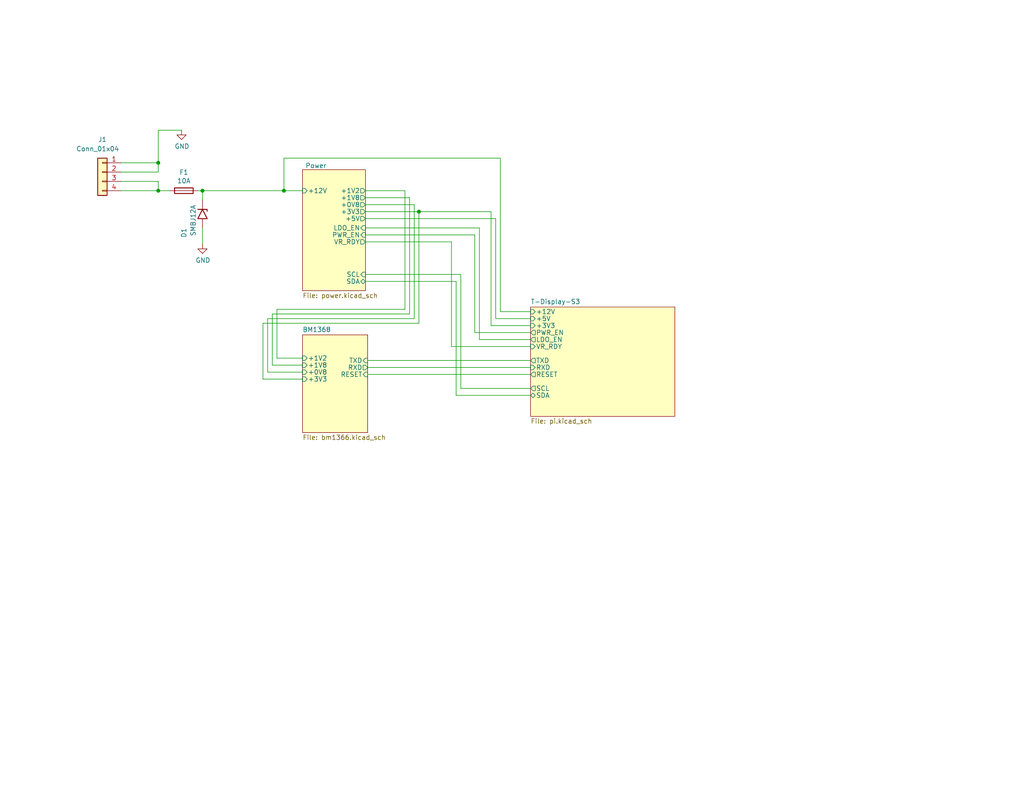
<source format=kicad_sch>
(kicad_sch
	(version 20231120)
	(generator "eeschema")
	(generator_version "8.0")
	(uuid "e63e39d7-6ac0-4ffd-8aa3-1841a4541b55")
	(paper "A")
	(title_block
		(title "BM1366 PiAxe")
		(date "2023-10-10")
		(rev "202")
	)
	(lib_symbols
		(symbol "Connector_Generic:Conn_01x04"
			(pin_names
				(offset 1.016) hide)
			(exclude_from_sim no)
			(in_bom yes)
			(on_board yes)
			(property "Reference" "J"
				(at 0 5.08 0)
				(effects
					(font
						(size 1.27 1.27)
					)
				)
			)
			(property "Value" "Conn_01x04"
				(at 0 -7.62 0)
				(effects
					(font
						(size 1.27 1.27)
					)
				)
			)
			(property "Footprint" ""
				(at 0 0 0)
				(effects
					(font
						(size 1.27 1.27)
					)
					(hide yes)
				)
			)
			(property "Datasheet" "~"
				(at 0 0 0)
				(effects
					(font
						(size 1.27 1.27)
					)
					(hide yes)
				)
			)
			(property "Description" "Generic connector, single row, 01x04, script generated (kicad-library-utils/schlib/autogen/connector/)"
				(at 0 0 0)
				(effects
					(font
						(size 1.27 1.27)
					)
					(hide yes)
				)
			)
			(property "ki_keywords" "connector"
				(at 0 0 0)
				(effects
					(font
						(size 1.27 1.27)
					)
					(hide yes)
				)
			)
			(property "ki_fp_filters" "Connector*:*_1x??_*"
				(at 0 0 0)
				(effects
					(font
						(size 1.27 1.27)
					)
					(hide yes)
				)
			)
			(symbol "Conn_01x04_1_1"
				(rectangle
					(start -1.27 -4.953)
					(end 0 -5.207)
					(stroke
						(width 0.1524)
						(type default)
					)
					(fill
						(type none)
					)
				)
				(rectangle
					(start -1.27 -2.413)
					(end 0 -2.667)
					(stroke
						(width 0.1524)
						(type default)
					)
					(fill
						(type none)
					)
				)
				(rectangle
					(start -1.27 0.127)
					(end 0 -0.127)
					(stroke
						(width 0.1524)
						(type default)
					)
					(fill
						(type none)
					)
				)
				(rectangle
					(start -1.27 2.667)
					(end 0 2.413)
					(stroke
						(width 0.1524)
						(type default)
					)
					(fill
						(type none)
					)
				)
				(rectangle
					(start -1.27 3.81)
					(end 1.27 -6.35)
					(stroke
						(width 0.254)
						(type default)
					)
					(fill
						(type background)
					)
				)
				(pin passive line
					(at -5.08 2.54 0)
					(length 3.81)
					(name "Pin_1"
						(effects
							(font
								(size 1.27 1.27)
							)
						)
					)
					(number "1"
						(effects
							(font
								(size 1.27 1.27)
							)
						)
					)
				)
				(pin passive line
					(at -5.08 0 0)
					(length 3.81)
					(name "Pin_2"
						(effects
							(font
								(size 1.27 1.27)
							)
						)
					)
					(number "2"
						(effects
							(font
								(size 1.27 1.27)
							)
						)
					)
				)
				(pin passive line
					(at -5.08 -2.54 0)
					(length 3.81)
					(name "Pin_3"
						(effects
							(font
								(size 1.27 1.27)
							)
						)
					)
					(number "3"
						(effects
							(font
								(size 1.27 1.27)
							)
						)
					)
				)
				(pin passive line
					(at -5.08 -5.08 0)
					(length 3.81)
					(name "Pin_4"
						(effects
							(font
								(size 1.27 1.27)
							)
						)
					)
					(number "4"
						(effects
							(font
								(size 1.27 1.27)
							)
						)
					)
				)
			)
		)
		(symbol "Device:Fuse"
			(pin_numbers hide)
			(pin_names
				(offset 0)
			)
			(exclude_from_sim no)
			(in_bom yes)
			(on_board yes)
			(property "Reference" "F"
				(at 2.032 0 90)
				(effects
					(font
						(size 1.27 1.27)
					)
				)
			)
			(property "Value" "Fuse"
				(at -1.905 0 90)
				(effects
					(font
						(size 1.27 1.27)
					)
				)
			)
			(property "Footprint" ""
				(at -1.778 0 90)
				(effects
					(font
						(size 1.27 1.27)
					)
					(hide yes)
				)
			)
			(property "Datasheet" "~"
				(at 0 0 0)
				(effects
					(font
						(size 1.27 1.27)
					)
					(hide yes)
				)
			)
			(property "Description" "Fuse"
				(at 0 0 0)
				(effects
					(font
						(size 1.27 1.27)
					)
					(hide yes)
				)
			)
			(property "ki_keywords" "fuse"
				(at 0 0 0)
				(effects
					(font
						(size 1.27 1.27)
					)
					(hide yes)
				)
			)
			(property "ki_fp_filters" "*Fuse*"
				(at 0 0 0)
				(effects
					(font
						(size 1.27 1.27)
					)
					(hide yes)
				)
			)
			(symbol "Fuse_0_1"
				(rectangle
					(start -0.762 -2.54)
					(end 0.762 2.54)
					(stroke
						(width 0.254)
						(type default)
					)
					(fill
						(type none)
					)
				)
				(polyline
					(pts
						(xy 0 2.54) (xy 0 -2.54)
					)
					(stroke
						(width 0)
						(type default)
					)
					(fill
						(type none)
					)
				)
			)
			(symbol "Fuse_1_1"
				(pin passive line
					(at 0 3.81 270)
					(length 1.27)
					(name "~"
						(effects
							(font
								(size 1.27 1.27)
							)
						)
					)
					(number "1"
						(effects
							(font
								(size 1.27 1.27)
							)
						)
					)
				)
				(pin passive line
					(at 0 -3.81 90)
					(length 1.27)
					(name "~"
						(effects
							(font
								(size 1.27 1.27)
							)
						)
					)
					(number "2"
						(effects
							(font
								(size 1.27 1.27)
							)
						)
					)
				)
			)
		)
		(symbol "Diode:5KPxxA"
			(pin_numbers hide)
			(pin_names
				(offset 1.016) hide)
			(exclude_from_sim no)
			(in_bom yes)
			(on_board yes)
			(property "Reference" "D"
				(at 0 2.54 0)
				(effects
					(font
						(size 1.27 1.27)
					)
				)
			)
			(property "Value" "5KPxxA"
				(at 0 -2.54 0)
				(effects
					(font
						(size 1.27 1.27)
					)
				)
			)
			(property "Footprint" "Diode_THT:D_P600_R-6_P20.00mm_Horizontal"
				(at 0 -5.08 0)
				(effects
					(font
						(size 1.27 1.27)
					)
					(hide yes)
				)
			)
			(property "Datasheet" "https://diotec.com/tl_files/diotec/files/pdf/datasheets/5kp65.pdf"
				(at -1.27 0 0)
				(effects
					(font
						(size 1.27 1.27)
					)
					(hide yes)
				)
			)
			(property "Description" "5000W unidirectional Transient Voltage Suppressor, P-600"
				(at 0 0 0)
				(effects
					(font
						(size 1.27 1.27)
					)
					(hide yes)
				)
			)
			(property "ki_keywords" "diode TVS voltage suppressor"
				(at 0 0 0)
				(effects
					(font
						(size 1.27 1.27)
					)
					(hide yes)
				)
			)
			(property "ki_fp_filters" "D?P600*"
				(at 0 0 0)
				(effects
					(font
						(size 1.27 1.27)
					)
					(hide yes)
				)
			)
			(symbol "5KPxxA_0_1"
				(polyline
					(pts
						(xy -0.762 1.27) (xy -1.27 1.27) (xy -1.27 -1.27)
					)
					(stroke
						(width 0.254)
						(type default)
					)
					(fill
						(type none)
					)
				)
				(polyline
					(pts
						(xy 1.27 1.27) (xy 1.27 -1.27) (xy -1.27 0) (xy 1.27 1.27)
					)
					(stroke
						(width 0.254)
						(type default)
					)
					(fill
						(type none)
					)
				)
			)
			(symbol "5KPxxA_1_1"
				(pin passive line
					(at -3.81 0 0)
					(length 2.54)
					(name "A1"
						(effects
							(font
								(size 1.27 1.27)
							)
						)
					)
					(number "1"
						(effects
							(font
								(size 1.27 1.27)
							)
						)
					)
				)
				(pin passive line
					(at 3.81 0 180)
					(length 2.54)
					(name "A2"
						(effects
							(font
								(size 1.27 1.27)
							)
						)
					)
					(number "2"
						(effects
							(font
								(size 1.27 1.27)
							)
						)
					)
				)
			)
		)
		(symbol "power:GND"
			(power)
			(pin_names
				(offset 0)
			)
			(exclude_from_sim no)
			(in_bom yes)
			(on_board yes)
			(property "Reference" "#PWR"
				(at 0 -6.35 0)
				(effects
					(font
						(size 1.27 1.27)
					)
					(hide yes)
				)
			)
			(property "Value" "GND"
				(at 0 -3.81 0)
				(effects
					(font
						(size 1.27 1.27)
					)
				)
			)
			(property "Footprint" ""
				(at 0 0 0)
				(effects
					(font
						(size 1.27 1.27)
					)
					(hide yes)
				)
			)
			(property "Datasheet" ""
				(at 0 0 0)
				(effects
					(font
						(size 1.27 1.27)
					)
					(hide yes)
				)
			)
			(property "Description" "Power symbol creates a global label with name \"GND\" , ground"
				(at 0 0 0)
				(effects
					(font
						(size 1.27 1.27)
					)
					(hide yes)
				)
			)
			(property "ki_keywords" "global power"
				(at 0 0 0)
				(effects
					(font
						(size 1.27 1.27)
					)
					(hide yes)
				)
			)
			(symbol "GND_0_1"
				(polyline
					(pts
						(xy 0 0) (xy 0 -1.27) (xy 1.27 -1.27) (xy 0 -2.54) (xy -1.27 -1.27) (xy 0 -1.27)
					)
					(stroke
						(width 0)
						(type default)
					)
					(fill
						(type none)
					)
				)
			)
			(symbol "GND_1_1"
				(pin power_in line
					(at 0 0 270)
					(length 0) hide
					(name "GND"
						(effects
							(font
								(size 1.27 1.27)
							)
						)
					)
					(number "1"
						(effects
							(font
								(size 1.27 1.27)
							)
						)
					)
				)
			)
		)
	)
	(junction
		(at 114.3 57.785)
		(diameter 0)
		(color 0 0 0 0)
		(uuid "b5233783-4342-4ecf-8be1-54b903a1f39a")
	)
	(junction
		(at 43.18 44.45)
		(diameter 0)
		(color 0 0 0 0)
		(uuid "cfd908bf-51a0-4e99-8f34-45cd7ec71dd6")
	)
	(junction
		(at 55.245 52.07)
		(diameter 0)
		(color 0 0 0 0)
		(uuid "d4abd169-31b8-4876-9b55-a395ccee7425")
	)
	(junction
		(at 77.47 52.07)
		(diameter 0)
		(color 0 0 0 0)
		(uuid "e410ebcf-abd0-4643-97f0-c708d4f136ab")
	)
	(junction
		(at 43.18 52.07)
		(diameter 0)
		(color 0 0 0 0)
		(uuid "e5e89e41-ece4-4c9d-8982-cd5fd3cc532d")
	)
	(wire
		(pts
			(xy 43.18 35.56) (xy 43.18 44.45)
		)
		(stroke
			(width 0)
			(type default)
		)
		(uuid "036a9d2e-0187-4b0e-a8cd-1e7ef9989dd6")
	)
	(wire
		(pts
			(xy 99.695 62.23) (xy 130.81 62.23)
		)
		(stroke
			(width 0)
			(type default)
		)
		(uuid "070bba3f-6a37-4389-88ff-36d8bfac0d9d")
	)
	(wire
		(pts
			(xy 111.76 85.725) (xy 74.295 85.725)
		)
		(stroke
			(width 0)
			(type default)
		)
		(uuid "08027626-f0df-45a4-b700-c9620ad20ab0")
	)
	(wire
		(pts
			(xy 125.73 74.93) (xy 125.73 106.045)
		)
		(stroke
			(width 0)
			(type default)
		)
		(uuid "13eeda79-7e4a-4af4-9388-46afca948a59")
	)
	(wire
		(pts
			(xy 99.695 76.835) (xy 124.46 76.835)
		)
		(stroke
			(width 0)
			(type default)
		)
		(uuid "19df049a-5a00-4522-9e48-62aaf334337a")
	)
	(wire
		(pts
			(xy 74.295 85.725) (xy 74.295 99.695)
		)
		(stroke
			(width 0)
			(type default)
		)
		(uuid "1b08b830-161a-4815-98cb-34882624fee0")
	)
	(wire
		(pts
			(xy 110.49 84.455) (xy 75.565 84.455)
		)
		(stroke
			(width 0)
			(type default)
		)
		(uuid "1dacbd61-cb0b-4f80-84e4-d13a9defc121")
	)
	(wire
		(pts
			(xy 53.975 52.07) (xy 55.245 52.07)
		)
		(stroke
			(width 0)
			(type default)
		)
		(uuid "1e418b08-1964-40d7-b4ed-9bf850aeb0b0")
	)
	(wire
		(pts
			(xy 73.025 101.6) (xy 82.55 101.6)
		)
		(stroke
			(width 0)
			(type default)
		)
		(uuid "23458c65-a2cb-4a52-b2b2-046a364f6502")
	)
	(wire
		(pts
			(xy 100.33 100.33) (xy 144.78 100.33)
		)
		(stroke
			(width 0)
			(type default)
		)
		(uuid "27eb412b-6e4b-4eff-856a-92a9ecd4cda7")
	)
	(wire
		(pts
			(xy 73.025 86.995) (xy 73.025 101.6)
		)
		(stroke
			(width 0)
			(type default)
		)
		(uuid "2acb80d8-52a3-4eac-9dbd-4efdf7dcebd9")
	)
	(wire
		(pts
			(xy 99.695 53.975) (xy 111.76 53.975)
		)
		(stroke
			(width 0)
			(type default)
		)
		(uuid "32ea096c-9484-4b4c-8fff-cbc9bb0149e6")
	)
	(wire
		(pts
			(xy 33.02 49.53) (xy 43.18 49.53)
		)
		(stroke
			(width 0)
			(type default)
		)
		(uuid "3498200c-cfe0-427b-af32-84c9e19c7018")
	)
	(wire
		(pts
			(xy 33.02 46.99) (xy 43.18 46.99)
		)
		(stroke
			(width 0)
			(type default)
		)
		(uuid "34f4220f-2ff8-4135-8487-397150a6c02d")
	)
	(wire
		(pts
			(xy 43.18 52.07) (xy 46.355 52.07)
		)
		(stroke
			(width 0)
			(type default)
		)
		(uuid "3e2359fc-2f72-4a97-bbc0-eb785a6e076b")
	)
	(wire
		(pts
			(xy 129.54 64.135) (xy 129.54 90.805)
		)
		(stroke
			(width 0)
			(type default)
		)
		(uuid "402f0d48-2e95-430c-95da-49973b1a9b98")
	)
	(wire
		(pts
			(xy 71.755 88.265) (xy 71.755 103.505)
		)
		(stroke
			(width 0)
			(type default)
		)
		(uuid "41680ea4-fa9d-45f7-99a2-a79f16fed2de")
	)
	(wire
		(pts
			(xy 114.3 88.265) (xy 71.755 88.265)
		)
		(stroke
			(width 0)
			(type default)
		)
		(uuid "43d05d6a-5e96-45af-8a44-e52e6d1c1a95")
	)
	(wire
		(pts
			(xy 129.54 90.805) (xy 144.78 90.805)
		)
		(stroke
			(width 0)
			(type default)
		)
		(uuid "542768bc-506a-4dbc-b3d0-a683ec0821ec")
	)
	(wire
		(pts
			(xy 136.525 43.18) (xy 136.525 85.09)
		)
		(stroke
			(width 0)
			(type default)
		)
		(uuid "5d1ea399-0ff6-47f3-a59c-d197b56d7ca7")
	)
	(wire
		(pts
			(xy 77.47 43.18) (xy 136.525 43.18)
		)
		(stroke
			(width 0)
			(type default)
		)
		(uuid "5ece70bf-15c8-41af-9a03-77c6b516dac9")
	)
	(wire
		(pts
			(xy 110.49 52.07) (xy 110.49 84.455)
		)
		(stroke
			(width 0)
			(type default)
		)
		(uuid "61f89c08-cdae-4f64-b3f6-02c51988d5bb")
	)
	(wire
		(pts
			(xy 100.33 102.235) (xy 144.78 102.235)
		)
		(stroke
			(width 0)
			(type default)
		)
		(uuid "634e42e1-ce31-4f2d-99fb-21e57a258453")
	)
	(wire
		(pts
			(xy 77.47 52.07) (xy 77.47 43.18)
		)
		(stroke
			(width 0)
			(type default)
		)
		(uuid "69d749ae-db91-42f3-bd64-791f20800e33")
	)
	(wire
		(pts
			(xy 71.755 103.505) (xy 82.55 103.505)
		)
		(stroke
			(width 0)
			(type default)
		)
		(uuid "6e22566e-eb9b-469e-b054-15576732e67b")
	)
	(wire
		(pts
			(xy 49.53 35.56) (xy 43.18 35.56)
		)
		(stroke
			(width 0)
			(type default)
		)
		(uuid "6e570f84-5395-4402-aa19-62166dfce7c0")
	)
	(wire
		(pts
			(xy 74.295 99.695) (xy 82.55 99.695)
		)
		(stroke
			(width 0)
			(type default)
		)
		(uuid "727425b9-00a0-47f6-bc48-b1dee4f49451")
	)
	(wire
		(pts
			(xy 135.255 86.995) (xy 144.78 86.995)
		)
		(stroke
			(width 0)
			(type default)
		)
		(uuid "73f14476-4431-47af-b62e-53262d1c3312")
	)
	(wire
		(pts
			(xy 99.695 74.93) (xy 125.73 74.93)
		)
		(stroke
			(width 0)
			(type default)
		)
		(uuid "7431ee9d-673a-4f57-bb8b-843583730eb7")
	)
	(wire
		(pts
			(xy 144.78 88.9) (xy 133.985 88.9)
		)
		(stroke
			(width 0)
			(type default)
		)
		(uuid "763362a7-5988-4d83-b194-89aea5729ccc")
	)
	(wire
		(pts
			(xy 113.03 86.995) (xy 73.025 86.995)
		)
		(stroke
			(width 0)
			(type default)
		)
		(uuid "7833b228-7c4c-4feb-95f1-7604e0451fa9")
	)
	(wire
		(pts
			(xy 99.695 59.69) (xy 135.255 59.69)
		)
		(stroke
			(width 0)
			(type default)
		)
		(uuid "7c526b50-ca83-4300-b829-000f2bb616f2")
	)
	(wire
		(pts
			(xy 135.255 59.69) (xy 135.255 86.995)
		)
		(stroke
			(width 0)
			(type default)
		)
		(uuid "7cc983cc-c2b9-4145-95e5-40c64e2ab3af")
	)
	(wire
		(pts
			(xy 133.985 88.9) (xy 133.985 57.785)
		)
		(stroke
			(width 0)
			(type default)
		)
		(uuid "7e703a73-1c81-4d84-b601-c65ba2314845")
	)
	(wire
		(pts
			(xy 75.565 97.79) (xy 82.55 97.79)
		)
		(stroke
			(width 0)
			(type default)
		)
		(uuid "7fb54ec0-2266-4b43-be9a-e369dcd4acf7")
	)
	(wire
		(pts
			(xy 130.81 92.71) (xy 144.78 92.71)
		)
		(stroke
			(width 0)
			(type default)
		)
		(uuid "8222660a-55d6-4c18-bcab-4a5cf6b98895")
	)
	(wire
		(pts
			(xy 125.73 106.045) (xy 144.78 106.045)
		)
		(stroke
			(width 0)
			(type default)
		)
		(uuid "86b29b25-585c-4977-a59a-f25a472d8005")
	)
	(wire
		(pts
			(xy 114.3 57.785) (xy 114.3 88.265)
		)
		(stroke
			(width 0)
			(type default)
		)
		(uuid "8b5582fe-50d5-49e7-bd1d-a2e40ee21643")
	)
	(wire
		(pts
			(xy 55.245 54.61) (xy 55.245 52.07)
		)
		(stroke
			(width 0)
			(type default)
		)
		(uuid "8d94372b-355b-48f3-bc08-47cb10836368")
	)
	(wire
		(pts
			(xy 33.02 44.45) (xy 43.18 44.45)
		)
		(stroke
			(width 0)
			(type default)
		)
		(uuid "963228d6-0c35-4a2f-95a6-6b0ae7d0a93d")
	)
	(wire
		(pts
			(xy 99.695 66.04) (xy 123.19 66.04)
		)
		(stroke
			(width 0)
			(type default)
		)
		(uuid "b127e696-1e36-47bf-b7a8-fc9800813793")
	)
	(wire
		(pts
			(xy 123.19 94.615) (xy 144.78 94.615)
		)
		(stroke
			(width 0)
			(type default)
		)
		(uuid "b13563d8-456b-4812-848f-e4340bba19ed")
	)
	(wire
		(pts
			(xy 55.245 66.675) (xy 55.245 62.23)
		)
		(stroke
			(width 0)
			(type default)
		)
		(uuid "b2a883b1-c2b5-4679-a303-842276528c9a")
	)
	(wire
		(pts
			(xy 124.46 107.95) (xy 144.78 107.95)
		)
		(stroke
			(width 0)
			(type default)
		)
		(uuid "b97e908c-99cc-4c9d-a06c-3f6471d4268f")
	)
	(wire
		(pts
			(xy 77.47 52.07) (xy 82.55 52.07)
		)
		(stroke
			(width 0)
			(type default)
		)
		(uuid "ba797169-469c-4d55-a261-08f054f5ba4e")
	)
	(wire
		(pts
			(xy 113.03 55.88) (xy 113.03 86.995)
		)
		(stroke
			(width 0)
			(type default)
		)
		(uuid "c1d00b75-250b-440b-9221-2eab7439fb1b")
	)
	(wire
		(pts
			(xy 99.695 57.785) (xy 114.3 57.785)
		)
		(stroke
			(width 0)
			(type default)
		)
		(uuid "c44620ab-327f-4f1c-aef4-70957e7c2642")
	)
	(wire
		(pts
			(xy 133.985 57.785) (xy 114.3 57.785)
		)
		(stroke
			(width 0)
			(type default)
		)
		(uuid "c4941bdf-b184-45ef-b4d5-a110373a68c3")
	)
	(wire
		(pts
			(xy 75.565 84.455) (xy 75.565 97.79)
		)
		(stroke
			(width 0)
			(type default)
		)
		(uuid "cd8db122-520d-4fc1-a1f8-b0179b4e0798")
	)
	(wire
		(pts
			(xy 130.81 62.23) (xy 130.81 92.71)
		)
		(stroke
			(width 0)
			(type default)
		)
		(uuid "ce86f801-a381-4046-a48e-420164ca2236")
	)
	(wire
		(pts
			(xy 136.525 85.09) (xy 144.78 85.09)
		)
		(stroke
			(width 0)
			(type default)
		)
		(uuid "d11b2266-a980-4125-ae7a-4160b48fa46b")
	)
	(wire
		(pts
			(xy 99.695 55.88) (xy 113.03 55.88)
		)
		(stroke
			(width 0)
			(type default)
		)
		(uuid "dbdc90cd-86c0-4c00-b5ba-542abcb9a53e")
	)
	(wire
		(pts
			(xy 33.02 52.07) (xy 43.18 52.07)
		)
		(stroke
			(width 0)
			(type default)
		)
		(uuid "df5d3777-4bb4-4acc-af21-0c825dc24d48")
	)
	(wire
		(pts
			(xy 43.18 49.53) (xy 43.18 52.07)
		)
		(stroke
			(width 0)
			(type default)
		)
		(uuid "dff0a995-0dcd-4048-8462-58bdda5bb249")
	)
	(wire
		(pts
			(xy 43.18 44.45) (xy 43.18 46.99)
		)
		(stroke
			(width 0)
			(type default)
		)
		(uuid "e07c4c44-15ae-48ab-9f53-795546dc8491")
	)
	(wire
		(pts
			(xy 100.33 98.425) (xy 144.78 98.425)
		)
		(stroke
			(width 0)
			(type default)
		)
		(uuid "e6b2747a-f5a2-4e0c-bc0f-8228c5a1f27c")
	)
	(wire
		(pts
			(xy 99.695 52.07) (xy 110.49 52.07)
		)
		(stroke
			(width 0)
			(type default)
		)
		(uuid "f416278d-5100-4d07-9fd7-952137597cc9")
	)
	(wire
		(pts
			(xy 99.695 64.135) (xy 129.54 64.135)
		)
		(stroke
			(width 0)
			(type default)
		)
		(uuid "f6236aa7-cf70-473e-82fc-702215c12694")
	)
	(wire
		(pts
			(xy 111.76 53.975) (xy 111.76 85.725)
		)
		(stroke
			(width 0)
			(type default)
		)
		(uuid "f640cbd8-c9a8-42b2-9371-61df28d81f32")
	)
	(wire
		(pts
			(xy 123.19 66.04) (xy 123.19 94.615)
		)
		(stroke
			(width 0)
			(type default)
		)
		(uuid "f8f45941-8fe8-4dcc-95c9-85c47cf30571")
	)
	(wire
		(pts
			(xy 55.245 52.07) (xy 77.47 52.07)
		)
		(stroke
			(width 0)
			(type default)
		)
		(uuid "f96f61ad-e5c9-4476-a51d-dbf52372e77b")
	)
	(wire
		(pts
			(xy 124.46 76.835) (xy 124.46 107.95)
		)
		(stroke
			(width 0)
			(type default)
		)
		(uuid "ff831b5a-fca1-4d1c-962e-e1088d29c475")
	)
	(symbol
		(lib_id "power:GND")
		(at 55.245 66.675 0)
		(unit 1)
		(exclude_from_sim no)
		(in_bom yes)
		(on_board yes)
		(dnp no)
		(uuid "366429d3-0b04-4b5a-af9f-869274df5c3d")
		(property "Reference" "#PWR012"
			(at 55.245 73.025 0)
			(effects
				(font
					(size 1.27 1.27)
				)
				(hide yes)
			)
		)
		(property "Value" "GND"
			(at 55.372 71.0692 0)
			(effects
				(font
					(size 1.27 1.27)
				)
			)
		)
		(property "Footprint" ""
			(at 55.245 66.675 0)
			(effects
				(font
					(size 1.27 1.27)
				)
				(hide yes)
			)
		)
		(property "Datasheet" ""
			(at 55.245 66.675 0)
			(effects
				(font
					(size 1.27 1.27)
				)
				(hide yes)
			)
		)
		(property "Description" ""
			(at 55.245 66.675 0)
			(effects
				(font
					(size 1.27 1.27)
				)
				(hide yes)
			)
		)
		(pin "1"
			(uuid "84035115-0ee8-4d58-9ee5-3b7f29faf374")
		)
		(instances
			(project "pferdibank"
				(path "/664662ce-7428-4243-a287-5a291ff0d522"
					(reference "#PWR012")
					(unit 1)
				)
			)
			(project "Nerd8"
				(path "/e63e39d7-6ac0-4ffd-8aa3-1841a4541b55"
					(reference "#PWR04")
					(unit 1)
				)
			)
		)
	)
	(symbol
		(lib_id "Connector_Generic:Conn_01x04")
		(at 27.94 46.99 0)
		(mirror y)
		(unit 1)
		(exclude_from_sim no)
		(in_bom yes)
		(on_board yes)
		(dnp no)
		(uuid "6ab48a75-8d2e-48ee-9d34-2bd7545ed079")
		(property "Reference" "J1"
			(at 27.94 38.1 0)
			(effects
				(font
					(size 1.27 1.27)
				)
			)
		)
		(property "Value" "Conn_01x04"
			(at 26.67 40.64 0)
			(effects
				(font
					(size 1.27 1.27)
				)
			)
		)
		(property "Footprint" "footprints:Barrier Terminal 01x04"
			(at 27.94 46.99 0)
			(effects
				(font
					(size 1.27 1.27)
				)
				(hide yes)
			)
		)
		(property "Datasheet" "~"
			(at 27.94 46.99 0)
			(effects
				(font
					(size 1.27 1.27)
				)
				(hide yes)
			)
		)
		(property "Description" "Generic connector, single row, 01x04, script generated (kicad-library-utils/schlib/autogen/connector/)"
			(at 27.94 46.99 0)
			(effects
				(font
					(size 1.27 1.27)
				)
				(hide yes)
			)
		)
		(property "Distributor" "D"
			(at 27.94 46.99 0)
			(effects
				(font
					(size 1.27 1.27)
				)
				(hide yes)
			)
		)
		(property "Manufacturer" "YK5110403000G"
			(at 27.94 46.99 0)
			(effects
				(font
					(size 1.27 1.27)
				)
				(hide yes)
			)
		)
		(property "OrderNr" "YK5110403000G-ND"
			(at 27.94 46.99 0)
			(effects
				(font
					(size 1.27 1.27)
				)
				(hide yes)
			)
		)
		(pin "3"
			(uuid "37a1f227-cc28-4e2b-b627-9bfe846a8269")
		)
		(pin "4"
			(uuid "1055cf95-9694-4eb1-b7b4-0c98df2349b3")
		)
		(pin "1"
			(uuid "14ba903d-3a61-4067-9f28-f51b1b9429ff")
		)
		(pin "2"
			(uuid "e767c788-5a55-4b24-a45c-af1dfd20c5da")
		)
		(instances
			(project "Nerd8"
				(path "/e63e39d7-6ac0-4ffd-8aa3-1841a4541b55"
					(reference "J1")
					(unit 1)
				)
			)
		)
	)
	(symbol
		(lib_id "Diode:5KPxxA")
		(at 55.245 58.42 270)
		(unit 1)
		(exclude_from_sim no)
		(in_bom yes)
		(on_board yes)
		(dnp no)
		(uuid "78b8dad5-172a-4fbb-a0fa-b5f4c2b863db")
		(property "Reference" "D3"
			(at 50.165 62.23 0)
			(effects
				(font
					(size 1.27 1.27)
				)
				(justify left)
			)
		)
		(property "Value" "SMBJ12A"
			(at 52.705 55.88 0)
			(effects
				(font
					(size 1.27 1.27)
				)
				(justify left)
			)
		)
		(property "Footprint" "Diode_SMD:D_SMB"
			(at 50.165 58.42 0)
			(effects
				(font
					(size 1.27 1.27)
				)
				(hide yes)
			)
		)
		(property "Datasheet" ""
			(at 55.245 57.15 0)
			(effects
				(font
					(size 1.27 1.27)
				)
				(hide yes)
			)
		)
		(property "Description" ""
			(at 55.245 58.42 0)
			(effects
				(font
					(size 1.27 1.27)
				)
				(hide yes)
			)
		)
		(property "Distributor" "D"
			(at 55.245 58.42 0)
			(effects
				(font
					(size 1.27 1.27)
				)
				(hide yes)
			)
		)
		(property "Manufacturer" "SMBJ12A"
			(at 55.245 58.42 0)
			(effects
				(font
					(size 1.27 1.27)
				)
				(hide yes)
			)
		)
		(property "OrderNr" "SMBJ12ALFCT-ND"
			(at 55.245 58.42 0)
			(effects
				(font
					(size 1.27 1.27)
				)
				(hide yes)
			)
		)
		(pin "1"
			(uuid "da3c1dd9-13e5-4a98-bf63-9ddff2ae49c2")
		)
		(pin "2"
			(uuid "48b03b63-d34f-44b6-953f-fa13bd25e883")
		)
		(instances
			(project "pferdibank"
				(path "/664662ce-7428-4243-a287-5a291ff0d522"
					(reference "D3")
					(unit 1)
				)
			)
			(project "Nerd8"
				(path "/e63e39d7-6ac0-4ffd-8aa3-1841a4541b55"
					(reference "D1")
					(unit 1)
				)
			)
		)
	)
	(symbol
		(lib_id "power:GND")
		(at 49.53 35.56 0)
		(unit 1)
		(exclude_from_sim no)
		(in_bom yes)
		(on_board yes)
		(dnp no)
		(uuid "b2e66b1d-53d4-4fb5-85be-f7217978825c")
		(property "Reference" "#PWR01"
			(at 49.53 41.91 0)
			(effects
				(font
					(size 1.27 1.27)
				)
				(hide yes)
			)
		)
		(property "Value" "GND"
			(at 49.657 39.9542 0)
			(effects
				(font
					(size 1.27 1.27)
				)
			)
		)
		(property "Footprint" ""
			(at 49.53 35.56 0)
			(effects
				(font
					(size 1.27 1.27)
				)
				(hide yes)
			)
		)
		(property "Datasheet" ""
			(at 49.53 35.56 0)
			(effects
				(font
					(size 1.27 1.27)
				)
				(hide yes)
			)
		)
		(property "Description" ""
			(at 49.53 35.56 0)
			(effects
				(font
					(size 1.27 1.27)
				)
				(hide yes)
			)
		)
		(pin "1"
			(uuid "f59578d0-1a29-4d65-b645-e92ee63ea884")
		)
		(instances
			(project "pferdibank"
				(path "/664662ce-7428-4243-a287-5a291ff0d522"
					(reference "#PWR01")
					(unit 1)
				)
			)
			(project "Nerd8"
				(path "/e63e39d7-6ac0-4ffd-8aa3-1841a4541b55"
					(reference "#PWR03")
					(unit 1)
				)
			)
		)
	)
	(symbol
		(lib_id "Device:Fuse")
		(at 50.165 52.07 270)
		(unit 1)
		(exclude_from_sim no)
		(in_bom yes)
		(on_board yes)
		(dnp no)
		(uuid "fa5bf12f-e3bc-4c4f-a0c6-7ef37fa6dcdf")
		(property "Reference" "F1"
			(at 50.165 47.0662 90)
			(effects
				(font
					(size 1.27 1.27)
				)
			)
		)
		(property "Value" "10A"
			(at 50.165 49.3776 90)
			(effects
				(font
					(size 1.27 1.27)
				)
			)
		)
		(property "Footprint" "myfootprints:fuseholder_littlefuse_blok"
			(at 50.165 50.292 90)
			(effects
				(font
					(size 1.27 1.27)
				)
				(hide yes)
			)
		)
		(property "Datasheet" "~"
			(at 50.165 52.07 0)
			(effects
				(font
					(size 1.27 1.27)
				)
				(hide yes)
			)
		)
		(property "Description" ""
			(at 50.165 52.07 0)
			(effects
				(font
					(size 1.27 1.27)
				)
				(hide yes)
			)
		)
		(property "Distributor" "D"
			(at 50.165 52.07 0)
			(effects
				(font
					(size 1.27 1.27)
				)
				(hide yes)
			)
		)
		(property "Manufacturer" "0154010.DR"
			(at 50.165 52.07 0)
			(effects
				(font
					(size 1.27 1.27)
				)
				(hide yes)
			)
		)
		(property "OrderNr" "F1251CT-ND"
			(at 50.165 52.07 0)
			(effects
				(font
					(size 1.27 1.27)
				)
				(hide yes)
			)
		)
		(pin "1"
			(uuid "587e6054-0bf2-4a1f-9fc1-f2dffe0fe57b")
		)
		(pin "2"
			(uuid "55187854-9077-4a8e-8b97-d942025cfdc8")
		)
		(instances
			(project "pferdibank"
				(path "/664662ce-7428-4243-a287-5a291ff0d522"
					(reference "F1")
					(unit 1)
				)
			)
			(project "Nerd8"
				(path "/e63e39d7-6ac0-4ffd-8aa3-1841a4541b55"
					(reference "F1")
					(unit 1)
				)
			)
		)
	)
	(sheet
		(at 82.55 91.44)
		(size 17.78 26.67)
		(fields_autoplaced yes)
		(stroke
			(width 0.1524)
			(type solid)
		)
		(fill
			(color 255 255 194 1.0000)
		)
		(uuid "4cf9c075-d009-4c35-9949-adda70ae20c7")
		(property "Sheetname" "BM1368"
			(at 82.55 90.7284 0)
			(effects
				(font
					(size 1.27 1.27)
				)
				(justify left bottom)
			)
		)
		(property "Sheetfile" "bm1366.kicad_sch"
			(at 82.55 118.6946 0)
			(effects
				(font
					(size 1.27 1.27)
				)
				(justify left top)
			)
		)
		(pin "+1V2" input
			(at 82.55 97.79 180)
			(effects
				(font
					(size 1.27 1.27)
				)
				(justify left)
			)
			(uuid "98d606a4-14c8-4e93-a570-da31e11b5134")
		)
		(pin "+1V8" input
			(at 82.55 99.695 180)
			(effects
				(font
					(size 1.27 1.27)
				)
				(justify left)
			)
			(uuid "8686e89b-7475-4951-82ce-5007c2098456")
		)
		(pin "+0V8" input
			(at 82.55 101.6 180)
			(effects
				(font
					(size 1.27 1.27)
				)
				(justify left)
			)
			(uuid "cd007b3e-8a5e-4e77-9005-d1c89f30cc24")
		)
		(pin "+3V3" input
			(at 82.55 103.505 180)
			(effects
				(font
					(size 1.27 1.27)
				)
				(justify left)
			)
			(uuid "ed1d9c34-825b-4693-b9a6-e9be321ca291")
		)
		(pin "RXD" output
			(at 100.33 100.33 0)
			(effects
				(font
					(size 1.27 1.27)
				)
				(justify right)
			)
			(uuid "9cf18a49-978f-4321-946d-7ed0648d13d7")
		)
		(pin "TXD" input
			(at 100.33 98.425 0)
			(effects
				(font
					(size 1.27 1.27)
				)
				(justify right)
			)
			(uuid "826c94ea-87a1-4949-ac5b-01acf0d6b849")
		)
		(pin "RESET" input
			(at 100.33 102.235 0)
			(effects
				(font
					(size 1.27 1.27)
				)
				(justify right)
			)
			(uuid "eda17823-c04d-4e4d-b5e3-355ef2b8dd37")
		)
		(instances
			(project "Nerd8"
				(path "/e63e39d7-6ac0-4ffd-8aa3-1841a4541b55"
					(page "3")
				)
			)
		)
	)
	(sheet
		(at 82.55 46.355)
		(size 17.145 33.02)
		(stroke
			(width 0.1524)
			(type solid)
		)
		(fill
			(color 255 255 194 1.0000)
		)
		(uuid "8ec0a9c6-2b78-44ef-a83d-9047d2828409")
		(property "Sheetname" "Power"
			(at 83.312 45.974 0)
			(effects
				(font
					(size 1.27 1.27)
				)
				(justify left bottom)
			)
		)
		(property "Sheetfile" "power.kicad_sch"
			(at 82.55 79.9596 0)
			(effects
				(font
					(size 1.27 1.27)
				)
				(justify left top)
			)
		)
		(pin "+1V2" output
			(at 99.695 52.07 0)
			(effects
				(font
					(size 1.27 1.27)
				)
				(justify right)
			)
			(uuid "3b863672-ddbf-482f-9a9b-b4a93e53bf0a")
		)
		(pin "+3V3" output
			(at 99.695 57.785 0)
			(effects
				(font
					(size 1.27 1.27)
				)
				(justify right)
			)
			(uuid "bba4c22b-dcce-4596-bd74-6c80522aedb9")
		)
		(pin "+1V8" output
			(at 99.695 53.975 0)
			(effects
				(font
					(size 1.27 1.27)
				)
				(justify right)
			)
			(uuid "8c4154a4-e411-4e41-bd0d-0299c05ea621")
		)
		(pin "+0V8" output
			(at 99.695 55.88 0)
			(effects
				(font
					(size 1.27 1.27)
				)
				(justify right)
			)
			(uuid "e14aa2a3-8699-4801-a938-9554f6bb819f")
		)
		(pin "+5V" output
			(at 99.695 59.69 0)
			(effects
				(font
					(size 1.27 1.27)
				)
				(justify right)
			)
			(uuid "a3b6afa3-baed-4328-be0d-fd6470ad4cbc")
		)
		(pin "+12V" input
			(at 82.55 52.07 180)
			(effects
				(font
					(size 1.27 1.27)
				)
				(justify left)
			)
			(uuid "ffdd16e2-d578-47df-b925-fcd7581dabd5")
		)
		(pin "SDA" bidirectional
			(at 99.695 76.835 0)
			(effects
				(font
					(size 1.27 1.27)
				)
				(justify right)
			)
			(uuid "55e772a4-52ba-411f-85e6-ada41cad8099")
		)
		(pin "SCL" input
			(at 99.695 74.93 0)
			(effects
				(font
					(size 1.27 1.27)
				)
				(justify right)
			)
			(uuid "802e5abb-4d11-4e8a-9319-ad8ff0cd5cff")
		)
		(pin "LDO_EN" input
			(at 99.695 62.23 0)
			(effects
				(font
					(size 1.27 1.27)
				)
				(justify right)
			)
			(uuid "4677aa43-7c88-4172-805e-b3c304b81e3c")
		)
		(pin "VR_RDY" output
			(at 99.695 66.04 0)
			(effects
				(font
					(size 1.27 1.27)
				)
				(justify right)
			)
			(uuid "d8edcad7-35f8-4f68-af7f-b69573176d91")
		)
		(pin "PWR_EN" input
			(at 99.695 64.135 0)
			(effects
				(font
					(size 1.27 1.27)
				)
				(justify right)
			)
			(uuid "6724ea3b-4996-46ba-bcf3-edca103129d4")
		)
		(instances
			(project "Nerd8"
				(path "/e63e39d7-6ac0-4ffd-8aa3-1841a4541b55"
					(page "2")
				)
			)
		)
	)
	(sheet
		(at 144.78 83.82)
		(size 39.37 29.845)
		(fields_autoplaced yes)
		(stroke
			(width 0.1524)
			(type solid)
		)
		(fill
			(color 255 255 194 1.0000)
		)
		(uuid "9bc1a7d6-07fa-4858-9423-fb2dbf7da294")
		(property "Sheetname" "T-Display-S3"
			(at 144.78 83.1084 0)
			(effects
				(font
					(size 1.27 1.27)
				)
				(justify left bottom)
			)
		)
		(property "Sheetfile" "pi.kicad_sch"
			(at 144.78 114.2496 0)
			(effects
				(font
					(size 1.27 1.27)
				)
				(justify left top)
			)
		)
		(pin "+3V3" input
			(at 144.78 88.9 180)
			(effects
				(font
					(size 1.27 1.27)
				)
				(justify left)
			)
			(uuid "7c5cf166-6e88-47f3-a8db-5dcabb4260e5")
		)
		(pin "RXD" input
			(at 144.78 100.33 180)
			(effects
				(font
					(size 1.27 1.27)
				)
				(justify left)
			)
			(uuid "5645c952-9ba4-4701-b7ec-741e1ea73c1c")
		)
		(pin "TXD" output
			(at 144.78 98.425 180)
			(effects
				(font
					(size 1.27 1.27)
				)
				(justify left)
			)
			(uuid "7c8f662a-c469-46aa-87bd-9781946da405")
		)
		(pin "RESET" output
			(at 144.78 102.235 180)
			(effects
				(font
					(size 1.27 1.27)
				)
				(justify left)
			)
			(uuid "db737479-42b6-40fb-b70e-25007ffed5e0")
		)
		(pin "+12V" input
			(at 144.78 85.09 180)
			(effects
				(font
					(size 1.27 1.27)
				)
				(justify left)
			)
			(uuid "9b12458f-2414-412a-aae9-d06f891360e1")
		)
		(pin "+5V" input
			(at 144.78 86.995 180)
			(effects
				(font
					(size 1.27 1.27)
				)
				(justify left)
			)
			(uuid "ef46b5ca-d15a-494d-83dc-7f8bc4ef9cc9")
		)
		(pin "SCL" output
			(at 144.78 106.045 180)
			(effects
				(font
					(size 1.27 1.27)
				)
				(justify left)
			)
			(uuid "e0fe4c68-f112-48fe-9ba5-9ec3762151c6")
		)
		(pin "SDA" bidirectional
			(at 144.78 107.95 180)
			(effects
				(font
					(size 1.27 1.27)
				)
				(justify left)
			)
			(uuid "e03bfdb1-56f7-4104-99b0-2aac0933382d")
		)
		(pin "LDO_EN" output
			(at 144.78 92.71 180)
			(effects
				(font
					(size 1.27 1.27)
				)
				(justify left)
			)
			(uuid "dd0ef59f-3786-40f8-8c56-86621b625185")
		)
		(pin "VR_RDY" input
			(at 144.78 94.615 180)
			(effects
				(font
					(size 1.27 1.27)
				)
				(justify left)
			)
			(uuid "68554d21-97bd-4d02-88b1-ea1c2fef0442")
		)
		(pin "PWR_EN" output
			(at 144.78 90.805 180)
			(effects
				(font
					(size 1.27 1.27)
				)
				(justify left)
			)
			(uuid "aa463c36-0080-4893-8f7e-83a28aa99587")
		)
		(instances
			(project "Nerd8"
				(path "/e63e39d7-6ac0-4ffd-8aa3-1841a4541b55"
					(page "8")
				)
			)
		)
	)
	(sheet_instances
		(path "/"
			(page "1")
		)
	)
)

</source>
